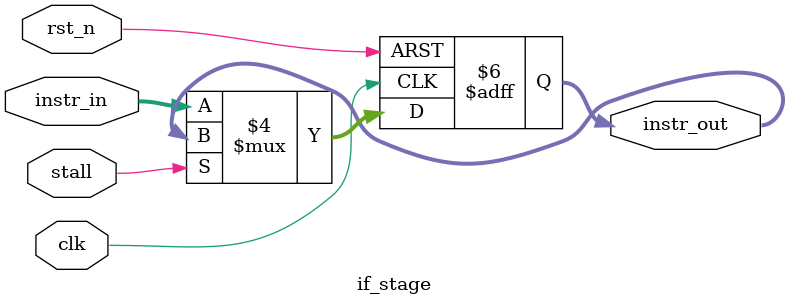
<source format=v>
module if_stage (
    input         clk,
    input         rst_n,
    input         stall,

    input  [31:0] instr_in,
    output reg [31:0] instr_out
);

    always @(posedge clk or negedge rst_n) begin
        if (!rst_n)
            instr_out <= 32'b0;
        else if (!stall)
            instr_out <= instr_in;
    end

endmodule

</source>
